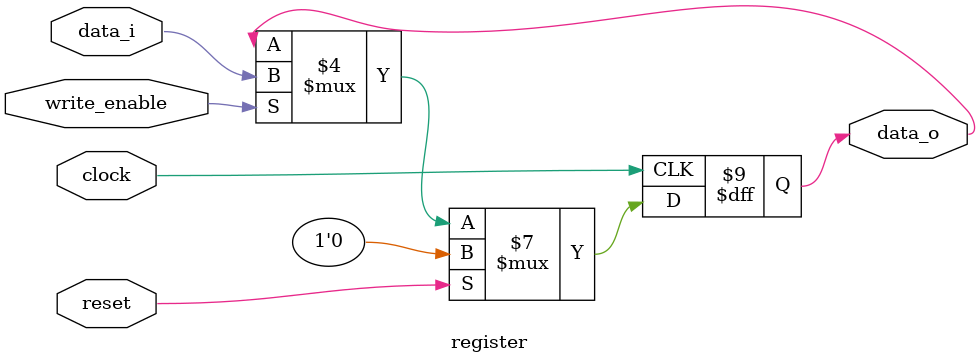
<source format=v>
`timescale 1ns/1ps
`default_nettype none


module register #(
    parameter RESET_VALUE = 0,
    parameter WIDTH = 1
) (
    input wire             clock,
    input wire             reset,
    input wire             write_enable,
    input wire [WIDTH-1:0] data_i,
    output reg [WIDTH-1:0] data_o = RESET_VALUE
);
    always @(posedge clock) begin
        if (reset) begin
            data_o <= RESET_VALUE;
        end else if (write_enable == 1'b1) begin
            data_o <= data_i;
        end
    end
endmodule
</source>
